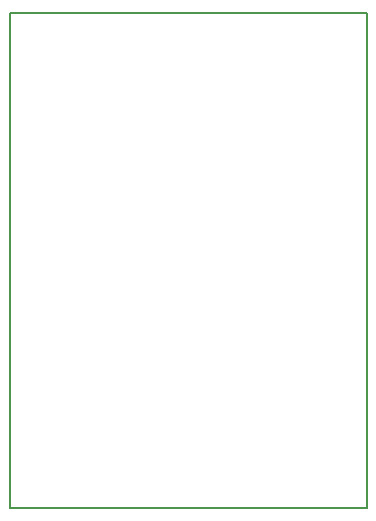
<source format=gbr>
%TF.GenerationSoftware,KiCad,Pcbnew,(6.0.2)*%
%TF.CreationDate,2022-09-20T17:08:32+02:00*%
%TF.ProjectId,led-board,6c65642d-626f-4617-9264-2e6b69636164,rev?*%
%TF.SameCoordinates,Original*%
%TF.FileFunction,Legend,Bot*%
%TF.FilePolarity,Positive*%
%FSLAX46Y46*%
G04 Gerber Fmt 4.6, Leading zero omitted, Abs format (unit mm)*
G04 Created by KiCad (PCBNEW (6.0.2)) date 2022-09-20 17:08:32*
%MOMM*%
%LPD*%
G01*
G04 APERTURE LIST*
G04 Aperture macros list*
%AMRoundRect*
0 Rectangle with rounded corners*
0 $1 Rounding radius*
0 $2 $3 $4 $5 $6 $7 $8 $9 X,Y pos of 4 corners*
0 Add a 4 corners polygon primitive as box body*
4,1,4,$2,$3,$4,$5,$6,$7,$8,$9,$2,$3,0*
0 Add four circle primitives for the rounded corners*
1,1,$1+$1,$2,$3*
1,1,$1+$1,$4,$5*
1,1,$1+$1,$6,$7*
1,1,$1+$1,$8,$9*
0 Add four rect primitives between the rounded corners*
20,1,$1+$1,$2,$3,$4,$5,0*
20,1,$1+$1,$4,$5,$6,$7,0*
20,1,$1+$1,$6,$7,$8,$9,0*
20,1,$1+$1,$8,$9,$2,$3,0*%
G04 Aperture macros list end*
%ADD10C,0.150000*%
%ADD11RoundRect,0.250000X0.725000X-0.600000X0.725000X0.600000X-0.725000X0.600000X-0.725000X-0.600000X0*%
%ADD12O,1.950000X1.700000*%
%ADD13C,1.400000*%
%ADD14R,3.500000X3.500000*%
%ADD15C,3.500000*%
%ADD16C,5.600000*%
%ADD17C,2.000000*%
%ADD18O,2.800000X1.600000*%
%ADD19C,4.000000*%
%ADD20R,3.000000X3.000000*%
%ADD21C,3.000000*%
%ADD22O,1.700000X1.950000*%
%ADD23RoundRect,0.250000X0.600000X0.725000X-0.600000X0.725000X-0.600000X-0.725000X0.600000X-0.725000X0*%
G04 APERTURE END LIST*
D10*
%TO.C,PS1*%
X41750000Y-72700000D02*
X71950000Y-72700000D01*
X71950000Y-72700000D02*
X71950000Y-30800000D01*
X71950000Y-30800000D02*
X41750000Y-30800000D01*
X41750000Y-30800000D02*
X41750000Y-72700000D01*
%TD*%
%LPC*%
D11*
%TO.C,J4*%
X27250000Y-36750000D03*
D12*
X27250000Y-34250000D03*
X27250000Y-31750000D03*
X27250000Y-29250000D03*
%TD*%
D13*
%TO.C,J6*%
X114600000Y-37750000D03*
X114600000Y-26750000D03*
D14*
X109600000Y-29750000D03*
D15*
X109600000Y-34750000D03*
%TD*%
D16*
%TO.C,H2*%
X34600000Y-71250000D03*
%TD*%
%TO.C,H1*%
X34600000Y-26250000D03*
%TD*%
D17*
%TO.C,PS1*%
X44525000Y-33905000D03*
X69175000Y-33905000D03*
X44525000Y-69595000D03*
X69175000Y-69595000D03*
%TD*%
D16*
%TO.C,H4*%
X104100000Y-71250000D03*
%TD*%
D18*
%TO.C,J1*%
X32650000Y-42000000D03*
X32650000Y-55500000D03*
D19*
X38650000Y-52350000D03*
X38650000Y-45150000D03*
%TD*%
D13*
%TO.C,J7*%
X114600000Y-56750000D03*
X114600000Y-69750000D03*
D20*
X109600000Y-66750000D03*
D21*
X109600000Y-63250000D03*
X109600000Y-59750000D03*
%TD*%
D22*
%TO.C,J2*%
X80500000Y-45275000D03*
X83000000Y-45275000D03*
X85500000Y-45275000D03*
X88000000Y-45275000D03*
X90500000Y-45275000D03*
D23*
X93000000Y-45275000D03*
%TD*%
D13*
%TO.C,J5*%
X114600000Y-52750000D03*
X114600000Y-41750000D03*
D14*
X109600000Y-44750000D03*
D15*
X109600000Y-49750000D03*
%TD*%
D16*
%TO.C,H3*%
X104100000Y-36250000D03*
%TD*%
M02*

</source>
